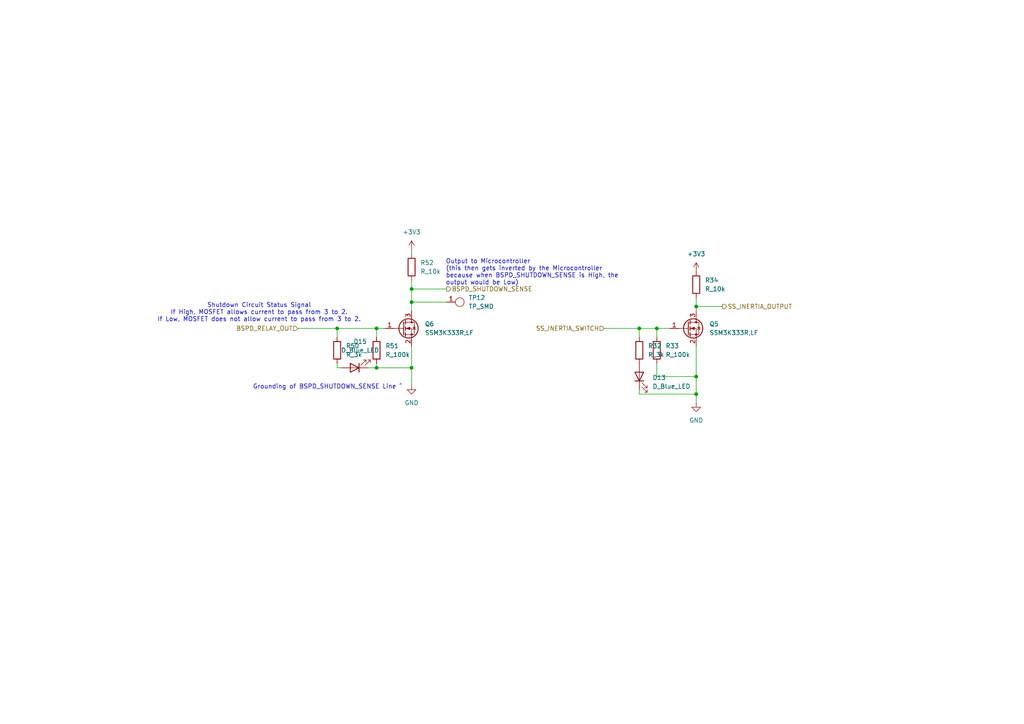
<source format=kicad_sch>
(kicad_sch (version 20250114) (generator "eeschema") (generator_version "9.0")
  (paper "A4")
  (title_block (title "Shutdown Sensors (Throttle & Brake)") (comment 1 "By Leo Liao"))
  (lib_symbols
    (symbol "OEM:D_LED_Blue_0805" (pin_numbers (hide yes)) (pin_names (offset 1.016) (hide yes))
      (property "Reference" "D" (at 0 2.54 0))
      (property "Value" "D_Blue_LED" (at 0 -2.54 0))
      (symbol "D_LED_Blue_0805_0_1"
        (polyline (pts (xy -3.048 -0.762) (xy -4.572 -2.286) (xy -3.81 -2.286) (xy -4.572 -2.286) (xy -4.572 -1.524)))
        (polyline (pts (xy -1.778 -0.762) (xy -3.302 -2.286) (xy -2.54 -2.286) (xy -3.302 -2.286) (xy -3.302 -1.524)))
        (polyline (pts (xy -1.27 0) (xy 1.27 0)))
        (polyline (pts (xy -1.27 -1.27) (xy -1.27 1.27)) (stroke (width 0.254)))
        (polyline (pts (xy 1.27 -1.27) (xy 1.27 1.27) (xy -1.27 0) (xy 1.27 -1.27)) (stroke (width 0.254)))
      )
      (symbol "D_LED_Blue_0805_1_1"
        (pin passive line (at -3.81 0 0) (length 2.54) (name "K") (number "1"))
        (pin passive line (at 3.81 0 180) (length 2.54) (name "A") (number "2"))
      )
    )
    (symbol "OEM:Q_NMOS_30V_6A_SOT-23F" (pin_names (offset 0) (hide yes))
      (property "Reference" "Q" (at 5.08 1.905 0))
      (property "Value" "SSM3K333R,LF" (at 5.08 0 0))
      (symbol "Q_NMOS_30V_6A_SOT-23F_0_1"
        (polyline (pts (xy 0.254 1.905) (xy 0.254 -1.905)) (stroke (width 0.254)))
        (polyline (pts (xy 0.254 0) (xy -2.54 0)))
        (polyline (pts (xy 0.762 2.286) (xy 0.762 1.27)) (stroke (width 0.254)))
        (polyline (pts (xy 0.762 0.508) (xy 0.762 -0.508)) (stroke (width 0.254)))
        (polyline (pts (xy 0.762 -1.27) (xy 0.762 -2.286)) (stroke (width 0.254)))
        (polyline (pts (xy 0.762 -1.778) (xy 3.302 -1.778) (xy 3.302 1.778) (xy 0.762 1.778)))
        (polyline (pts (xy 1.016 0) (xy 2.032 0.381) (xy 2.032 -0.381) (xy 1.016 0)) (fill (type outline)))
        (circle (center 1.651 0) (radius 2.794) (stroke (width 0.254)))
        (polyline (pts (xy 2.54 2.54) (xy 2.54 1.778)))
        (circle (center 2.54 1.778) (radius 0.254) (fill (type outline)))
        (circle (center 2.54 -1.778) (radius 0.254) (fill (type outline)))
        (polyline (pts (xy 2.54 -2.54) (xy 2.54 0) (xy 0.762 0)))
        (polyline (pts (xy 2.921 0.381) (xy 3.683 0.381)))
        (polyline (pts (xy 3.302 0.381) (xy 2.921 -0.254) (xy 3.683 -0.254) (xy 3.302 0.381)))
      )
      (symbol "Q_NMOS_30V_6A_SOT-23F_1_1"
        (pin input line (at -5.08 0 0) (length 2.54) (name "G") (number "1"))
        (pin passive line (at 2.54 5.08 270) (length 2.54) (name "D") (number "3"))
        (pin passive line (at 2.54 -5.08 90) (length 2.54) (name "S") (number "2"))
      )
    )
    (symbol "OEM:R_100k_0.1W_0603" (pin_numbers (hide yes)) (pin_names (offset 0))
      (property "Reference" "R" (at 2.032 0 90))
      (property "Value" "R_100k" (at 0 0 90))
      (symbol "R_100k_0.1W_0603_0_1"
        (rectangle (start -1.016 -2.54) (end 1.016 2.54) (stroke (width 0.254)))
      )
      (symbol "R_100k_0.1W_0603_1_1"
        (pin passive line (at 0 3.81 270) (length 1.27) (name "~") (number "1"))
        (pin passive line (at 0 -3.81 90) (length 1.27) (name "~") (number "2"))
      )
    )
    (symbol "OEM:R_10k_0.1W_0603" (pin_numbers (hide yes)) (pin_names (offset 0))
      (property "Reference" "R" (at 2.032 0 90))
      (property "Value" "R_10k" (at 0 0 90))
      (symbol "R_10k_0.1W_0603_0_1"
        (rectangle (start -1.016 -2.54) (end 1.016 2.54) (stroke (width 0.254)))
      )
      (symbol "R_10k_0.1W_0603_1_1"
        (pin passive line (at 0 3.81 270) (length 1.27) (name "~") (number "1"))
        (pin passive line (at 0 -3.81 90) (length 1.27) (name "~") (number "2"))
      )
    )
    (symbol "OEM:R_3k_0.1W_0603" (pin_numbers (hide yes)) (pin_names (offset 0))
      (property "Reference" "R" (at 2.032 0 90))
      (property "Value" "R_3k" (at 0 0 90))
      (symbol "R_3k_0.1W_0603_0_1"
        (rectangle (start -1.016 -2.54) (end 1.016 2.54) (stroke (width 0.254)))
      )
      (symbol "R_3k_0.1W_0603_1_1"
        (pin passive line (at 0 3.81 270) (length 1.27) (name "~") (number "1"))
        (pin passive line (at 0 -3.81 90) (length 1.27) (name "~") (number "2"))
      )
    )
    (symbol "OEM:TP_Hook_SMD" (pin_names (offset 1.016))
      (property "Reference" "TP" (at 0 7.62 0))
      (property "Value" "TP_SMD" (at 1.27 5.08 0))
      (symbol "TP_Hook_SMD_1_1"
        (circle (center 0 2.54) (radius 1.27))
        (pin input line (at 0 -1.27 90) (length 2.54) (name "~") (number "1"))
      )
    )
    (symbol "power:+3V3" (power) (pin_numbers (hide yes)) (pin_names (offset 0) (hide yes))
      (property "Value" "+3V3" (at 0 3.556 0))
      (symbol "+3V3_0_1"
        (polyline (pts (xy -0.762 1.27) (xy 0 2.54)))
        (polyline (pts (xy 0 2.54) (xy 0.762 1.27)))
        (polyline (pts (xy 0 0) (xy 0 2.54)))
      )
      (symbol "+3V3_1_1"
        (pin power_in line (at 0 0 90) (length 0) (name "~") (number "1"))
      )
    )
    (symbol "power:GND" (power) (pin_numbers (hide yes)) (pin_names (offset 0) (hide yes))
      (property "Value" "GND" (at 0 -3.81 0))
      (symbol "GND_0_1"
        (polyline (pts (xy 0 0) (xy 0 -1.27) (xy 1.27 -1.27) (xy 0 -2.54) (xy -1.27 -1.27) (xy 0 -1.27)))
      )
      (symbol "GND_1_1"
        (pin power_in line (at 0 0 270) (length 0) (name "~") (number "1"))
      )
    )
  )
  (text "Shutdown Circuit Status Signal\nIf High, MOSFET allows current to pass from 3 to 2.\nIf Low, MOSFET does not allow current to pass from 3 to 2." (at 75.184 90.678 0) (effects (font (size 1.27 1.27))))
  (text "Grounding of BSPD_SHUTDOWN_SENSE Line ^" (at 94.996 112.268 0) (effects (font (size 1.27 1.27))))
  (text "Output to Microcontroller\n(this then gets inverted by the Microcontroller \nbecause when BSPD_SHUTDOWN_SENSE is High, the \noutput would be Low)" (at 129.286 78.994 0) (effects (font (size 1.27 1.27)) (justify left)))
  (junction (at 109.22 106.68))
  (junction (at 201.93 114.3))
  (junction (at 190.5 95.25))
  (junction (at 119.38 83.82))
  (junction (at 119.38 87.63))
  (junction (at 97.79 95.25))
  (junction (at 119.38 106.68))
  (junction (at 109.22 95.25))
  (junction (at 201.93 109.22))
  (junction (at 185.42 95.25))
  (junction (at 201.93 88.9))
  (wire (pts (xy 201.93 116.84) (xy 201.93 114.3)))
  (wire (pts (xy 175.26 95.25) (xy 185.42 95.25)))
  (wire (pts (xy 201.93 109.22) (xy 201.93 114.3)))
  (wire (pts (xy 185.42 114.3) (xy 201.93 114.3)))
  (wire (pts (xy 97.79 106.68) (xy 99.06 106.68)))
  (wire (pts (xy 201.93 100.33) (xy 201.93 109.22)))
  (wire (pts (xy 190.5 109.22) (xy 201.93 109.22)))
  (wire (pts (xy 119.38 83.82) (xy 119.38 87.63)))
  (wire (pts (xy 109.22 95.25) (xy 109.22 97.79)))
  (wire (pts (xy 119.38 87.63) (xy 129.54 87.63)))
  (wire (pts (xy 119.38 100.33) (xy 119.38 106.68)))
  (wire (pts (xy 119.38 106.68) (xy 119.38 111.76)))
  (wire (pts (xy 97.79 95.25) (xy 109.22 95.25)))
  (wire (pts (xy 190.5 97.79) (xy 190.5 95.25)))
  (wire (pts (xy 119.38 72.39) (xy 119.38 73.66)))
  (wire (pts (xy 185.42 95.25) (xy 190.5 95.25)))
  (wire (pts (xy 201.93 88.9) (xy 201.93 90.17)))
  (wire (pts (xy 86.36 95.25) (xy 97.79 95.25)))
  (wire (pts (xy 97.79 105.41) (xy 97.79 106.68)))
  (wire (pts (xy 109.22 106.68) (xy 119.38 106.68)))
  (wire (pts (xy 106.68 106.68) (xy 109.22 106.68)))
  (wire (pts (xy 109.22 95.25) (xy 111.76 95.25)))
  (wire (pts (xy 109.22 105.41) (xy 109.22 106.68)))
  (wire (pts (xy 185.42 113.03) (xy 185.42 114.3)))
  (wire (pts (xy 190.5 105.41) (xy 190.5 109.22)))
  (wire (pts (xy 119.38 87.63) (xy 119.38 90.17)))
  (wire (pts (xy 185.42 97.79) (xy 185.42 95.25)))
  (wire (pts (xy 190.5 95.25) (xy 194.31 95.25)))
  (wire (pts (xy 201.93 86.36) (xy 201.93 88.9)))
  (wire (pts (xy 119.38 83.82) (xy 129.54 83.82)))
  (wire (pts (xy 97.79 95.25) (xy 97.79 97.79)))
  (wire (pts (xy 201.93 88.9) (xy 209.55 88.9)))
  (wire (pts (xy 119.38 81.28) (xy 119.38 83.82)))
  (hierarchical_label "BSPD_SHUTDOWN_SENSE" (shape output) (at 129.54 83.82 0))
  (hierarchical_label "SS_INERTIA_SWITCH" (shape input) (at 175.26 95.25 180))
  (hierarchical_label "BSPD_RELAY_OUT" (shape input) (at 86.36 95.25 180))
  (hierarchical_label "SS_INERTIA_OUTPUT" (shape output) (at 209.55 88.9 0))
  (symbol (lib_id "power:GND") (at 119.38 111.76 0) (unit 1)
    (property "Reference" "#PWR?" (effects (hide yes)))
    (property "Value" "GND" (at 119.38 116.84 0))
    (property "Description" "Power symbol creates a global label with name \"GND\" , ground" (effects (hide yes)))
  )
  (symbol (lib_id "OEM:Q_NMOS_30V_6A_SOT-23F") (at 199.39 95.25 0) (unit 1)
    (property "Reference" "Q5" (at 205.74 93.9799 0) (effects (justify left)))
    (property "Value" "SSM3K333R,LF" (at 205.74 96.5199 0) (effects (justify left)))
    (property "Footprint" "OEM:SOT-23-3" (effects (hide yes)))
    (property "Datasheet" "https://www.mouser.com/datasheet/3/105/1/6D62190F2E76D58532DB25403AB4F650F25B6580F37A84A2AFAB7A89D257D933.pdf" (effects (hide yes)))
    (property "Description" "MOSFET N CH 30V 6A 2-3Z1A" (effects (hide yes)))
  )
  (symbol (lib_id "OEM:R_10k_0.1W_0603") (at 201.93 82.55 0) (unit 1)
    (property "Reference" "R34" (at 204.47 81.2799 0) (effects (justify left)))
    (property "Value" "R_10k" (at 204.47 83.8199 0) (effects (justify left)))
    (property "Footprint" "OEM:R_0603_1608Metric" (effects (hide yes)))
    (property "Datasheet" "https://www.mouser.com/datasheet/3/1099/1/SEI-RMCF_RMCP.pdf" (effects (hide yes)))
    (property "Description" "RES 10K OHM 1% 1/10W 0603" (effects (hide yes)))
    (property "MPN" "RMCF0603FT10K0" (effects (hide yes)))
  )
  (symbol (lib_id "OEM:R_100k_0.1W_0603") (at 190.5 101.6 0) (unit 1)
    (property "Reference" "R33" (at 193.04 100.3299 0) (effects (justify left)))
    (property "Value" "R_100k" (at 193.04 102.8699 0) (effects (justify left)))
    (property "Footprint" "OEM:R_0603_1608Metric" (effects (hide yes)))
    (property "Datasheet" "https://www.mouser.com/datasheet/3/1099/1/SEI-RMCF_RMCP.pdf" (effects (hide yes)))
    (property "Description" "RES 100K OHM 1% 1/10W 0603" (effects (hide yes)))
    (property "MPN" "RMCF0603FT100K" (effects (hide yes)))
  )
  (symbol (lib_id "power:+3V3") (at 119.38 72.39 0) (unit 1)
    (property "Reference" "#PWR?" (effects (hide yes)))
    (property "Value" "+3V3" (at 119.38 67.31 0))
    (property "Description" "Power symbol creates a global label with name \"+3V3\"" (effects (hide yes)))
  )
  (symbol (lib_id "OEM:R_10k_0.1W_0603") (at 119.38 77.47 0) (unit 1)
    (property "Reference" "R52" (at 121.92 76.1999 0) (effects (justify left)))
    (property "Value" "R_10k" (at 121.92 78.7399 0) (effects (justify left)))
    (property "Footprint" "OEM:R_0603_1608Metric" (effects (hide yes)))
    (property "Datasheet" "https://www.mouser.com/datasheet/3/1099/1/SEI-RMCF_RMCP.pdf" (effects (hide yes)))
    (property "Description" "RES 10K OHM 1% 1/10W 0603" (effects (hide yes)))
    (property "MPN" "RMCF0603FT10K0" (effects (hide yes)))
  )
  (symbol (lib_id "OEM:Q_NMOS_30V_6A_SOT-23F") (at 116.84 95.25 0) (unit 1)
    (property "Reference" "Q6" (at 123.19 93.9799 0) (effects (justify left)))
    (property "Value" "SSM3K333R,LF" (at 123.19 96.5199 0) (effects (justify left)))
    (property "Footprint" "OEM:SOT-23-3" (effects (hide yes)))
    (property "Datasheet" "https://www.mouser.com/datasheet/3/105/1/6D62190F2E76D58532DB25403AB4F650F25B6580F37A84A2AFAB7A89D257D933.pdf" (effects (hide yes)))
    (property "Description" "MOSFET N CH 30V 6A 2-3Z1A" (effects (hide yes)))
  )
  (symbol (lib_id "OEM:R_100k_0.1W_0603") (at 109.22 101.6 0) (unit 1)
    (property "Reference" "R51" (at 111.76 100.3299 0) (effects (justify left)))
    (property "Value" "R_100k" (at 111.76 102.8699 0) (effects (justify left)))
    (property "Footprint" "OEM:R_0603_1608Metric" (effects (hide yes)))
    (property "Datasheet" "https://www.mouser.com/datasheet/3/1099/1/SEI-RMCF_RMCP.pdf" (effects (hide yes)))
    (property "Description" "RES 100K OHM 1% 1/10W 0603" (effects (hide yes)))
    (property "MPN" "RMCF0603FT100K" (effects (hide yes)))
  )
  (symbol (lib_id "OEM:R_3k_0.1W_0603") (at 185.42 101.6 0) (unit 1)
    (property "Reference" "R32" (at 187.96 100.3299 0) (effects (justify left)))
    (property "Value" "R_3k" (at 187.96 102.8699 0) (effects (justify left)))
    (property "Footprint" "OEM:R_0603_1608Metric" (effects (hide yes)))
    (property "Datasheet" "https://www.yageogroup.com/browse/products?search=pyu-yc_tc_group_51_rohs_l.pdf" (effects (hide yes)))
    (property "Description" "RES 3K OHM 1% 1/10W 0603" (effects (hide yes)))
    (property "MPN" "RC0603FR-103KL" (effects (hide yes)))
  )
  (symbol (lib_id "OEM:D_LED_Blue_0805") (at 185.42 109.22 90) (unit 1)
    (property "Reference" "D13" (at 189.23 109.5374 90) (effects (justify right)))
    (property "Value" "D_Blue_LED" (at 189.23 112.0774 90) (effects (justify right)))
    (property "Footprint" "OEM:D_0805_2012Metric" (effects (hide yes)))
    (property "Datasheet" "https://www.mouser.com/catalog/specsheets/Lite-On_LTST-C171TBKT.pdf" (effects (hide yes)))
    (property "Description" "LED BLUE CLEAR CHIP SMD" (effects (hide yes)))
    (property "Sim.Pins" "1=K 2=A" (effects (hide yes)))
    (property "MPN" "LTST-C171TBKT" (effects (hide yes)))
  )
  (symbol (lib_id "OEM:TP_Hook_SMD") (at 130.81 87.63 270) (unit 1)
    (property "Reference" "TP12" (at 135.89 86.3599 90) (effects (justify left)))
    (property "Value" "TP_SMD" (at 135.89 88.8999 90) (effects (justify left)))
    (property "Footprint" "OEM:TP_Hook_SMD" (effects (hide yes)))
    (property "Datasheet" "https://www.mouser.com/datasheet/3/201/1/5019.PDF" (effects (hide yes)))
    (property "Description" "Test Point SMD Hook" (effects (hide yes)))
    (property "MPN" "5019" (effects (hide yes)))
  )
  (symbol (lib_id "power:+3V3") (at 201.93 78.74 0) (unit 1)
    (property "Reference" "#PWR?" (effects (hide yes)))
    (property "Value" "+3V3" (at 201.93 73.66 0))
    (property "Description" "Power symbol creates a global label with name \"+3V3\"" (effects (hide yes)))
  )
  (symbol (lib_id "OEM:D_LED_Blue_0805") (at 102.87 106.68 180) (unit 1)
    (property "Reference" "D15" (at 104.4575 99.06 0))
    (property "Value" "D_Blue_LED" (at 104.4575 101.6 0))
    (property "Footprint" "OEM:D_0805_2012Metric" (effects (hide yes)))
    (property "Datasheet" "https://www.mouser.com/catalog/specsheets/Lite-On_LTST-C171TBKT.pdf" (effects (hide yes)))
    (property "Description" "LED BLUE CLEAR CHIP SMD" (effects (hide yes)))
    (property "Sim.Pins" "1=K 2=A" (effects (hide yes)))
    (property "MPN" "LTST-C171TBKT" (effects (hide yes)))
  )
  (symbol (lib_id "power:GND") (at 201.93 116.84 0) (unit 1)
    (property "Reference" "#PWR?" (effects (hide yes)))
    (property "Value" "GND" (at 201.93 121.92 0))
    (property "Description" "Power symbol creates a global label with name \"GND\" , ground" (effects (hide yes)))
  )
  (symbol (lib_id "OEM:R_3k_0.1W_0603") (at 97.79 101.6 0) (unit 1)
    (property "Reference" "R50" (at 100.33 100.3299 0) (effects (justify left)))
    (property "Value" "R_3k" (at 100.33 102.8699 0) (effects (justify left)))
    (property "Footprint" "OEM:R_0603_1608Metric" (effects (hide yes)))
    (property "Datasheet" "https://www.yageogroup.com/browse/products?search=pyu-yc_tc_group_51_rohs_l.pdf" (effects (hide yes)))
    (property "Description" "RES 3K OHM 1% 1/10W 0603" (effects (hide yes)))
    (property "MPN" "RC0603FR-103KL" (effects (hide yes)))
  )
)
</source>
